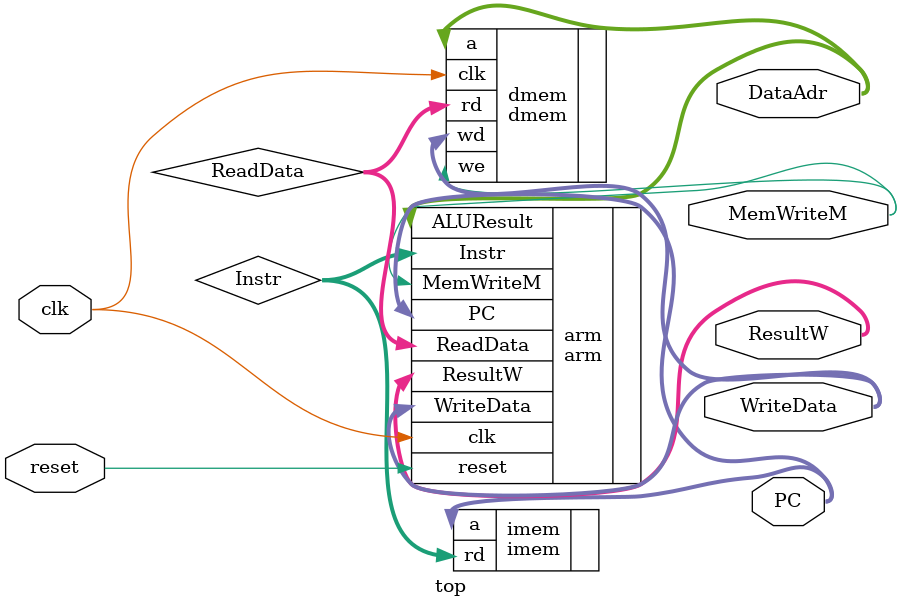
<source format=v>
`include "arm.v"
`include "imem.v"
`include "dmem.v"

module top (
	clk,
	reset,
	WriteData,
	DataAdr,
	MemWriteM,
	ResultW,
	PC
);
	input wire clk;
	input wire reset;
	output wire [31:0] WriteData;
	output wire [31:0] DataAdr;
	output wire MemWriteM;
	output wire [31:0] PC;
	wire [31:0] Instr;
	wire [31:0] ReadData;
	output wire [31:0] ResultW;
	arm arm(
		.clk(clk),
		.reset(reset),
		.PC(PC),
		.Instr(Instr),
		.MemWriteM(MemWriteM),
		.ALUResult(DataAdr),
		.WriteData(WriteData),
		.ReadData(ReadData),
		.ResultW(ResultW)
	);
	imem imem(
		.a(PC),
		.rd(Instr)
	);
	dmem dmem(
		.clk(clk),
		.we(MemWriteM),
		.a(DataAdr),
		.wd(WriteData),
		.rd(ReadData)
	);
endmodule

</source>
